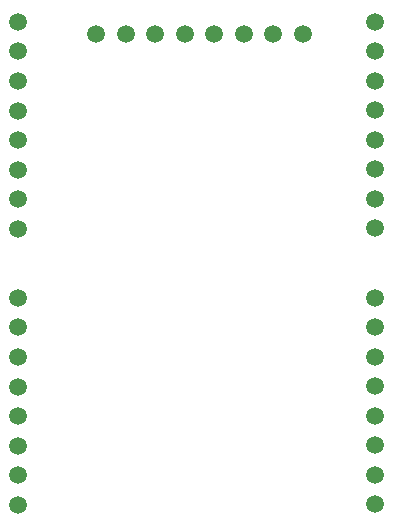
<source format=gbr>
%TF.GenerationSoftware,KiCad,Pcbnew,5.1.7-a382d34a8~88~ubuntu18.04.1*%
%TF.CreationDate,2021-02-15T21:35:44+01:00*%
%TF.ProjectId,test-board-esp32-assembly,74657374-2d62-46f6-9172-642d65737033,test*%
%TF.SameCoordinates,Original*%
%TF.FileFunction,Soldermask,Bot*%
%TF.FilePolarity,Negative*%
%FSLAX46Y46*%
G04 Gerber Fmt 4.6, Leading zero omitted, Abs format (unit mm)*
G04 Created by KiCad (PCBNEW 5.1.7-a382d34a8~88~ubuntu18.04.1) date 2021-02-15 21:35:44*
%MOMM*%
%LPD*%
G01*
G04 APERTURE LIST*
%ADD10C,1.498702*%
G04 APERTURE END LIST*
D10*
%TO.C,J4*%
X123952000Y-87402000D03*
X123952000Y-89902000D03*
X123952000Y-92402000D03*
X123952000Y-94902000D03*
X123952000Y-97402000D03*
X123952000Y-99902000D03*
X123952000Y-102402000D03*
X123952000Y-104902000D03*
%TD*%
%TO.C,J1*%
X154178000Y-87376000D03*
X154178000Y-89876000D03*
X154178000Y-92376000D03*
X154178000Y-94876000D03*
X154178000Y-97376000D03*
X154178000Y-99876000D03*
X154178000Y-102376000D03*
X154178000Y-104876000D03*
%TD*%
%TO.C,J2*%
X154178000Y-81508000D03*
X154178000Y-79008000D03*
X154178000Y-76508000D03*
X154178000Y-74008000D03*
X154178000Y-71508000D03*
X154178000Y-69008000D03*
X154178000Y-66508000D03*
X154178000Y-64008000D03*
%TD*%
%TO.C,J3*%
X130556000Y-65024000D03*
X133056000Y-65024000D03*
X135556000Y-65024000D03*
X138056000Y-65024000D03*
X140556000Y-65024000D03*
X143056000Y-65024000D03*
X145556000Y-65024000D03*
X148056000Y-65024000D03*
%TD*%
%TO.C,J5*%
X123952000Y-81534000D03*
X123952000Y-79034000D03*
X123952000Y-76534000D03*
X123952000Y-74034000D03*
X123952000Y-71534000D03*
X123952000Y-69034000D03*
X123952000Y-66534000D03*
X123952000Y-64034000D03*
%TD*%
M02*

</source>
